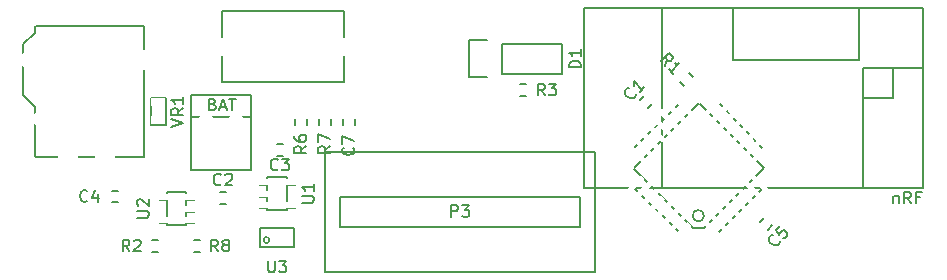
<source format=gto>
%FSLAX46Y46*%
G04 Gerber Fmt 4.6, Leading zero omitted, Abs format (unit mm)*
G04 Created by KiCad (PCBNEW (2014-10-27 BZR 5228)-product) date 4/17/2015 7:43:11 PM*
%MOMM*%
G01*
G04 APERTURE LIST*
%ADD10C,0.100000*%
%ADD11C,0.150000*%
%ADD12C,0.066040*%
%ADD13C,0.177800*%
%ADD14C,1.100000*%
%ADD15C,1.700000*%
%ADD16C,1.727200*%
%ADD17O,1.727200X1.727200*%
%ADD18O,1.506220X3.014980*%
%ADD19R,0.400000X0.450000*%
%ADD20R,1.143000X0.635000*%
%ADD21C,1.500000*%
%ADD22C,1.778000*%
%ADD23C,0.990600*%
%ADD24R,0.600000X0.500000*%
%ADD25R,0.500000X0.600000*%
%ADD26R,0.400000X0.600000*%
%ADD27R,0.600000X0.400000*%
%ADD28R,1.198880X0.548640*%
%ADD29C,3.048000*%
%ADD30R,1.727200X2.032000*%
%ADD31O,1.727200X2.032000*%
%ADD32R,1.524000X1.524000*%
%ADD33C,1.524000*%
G04 APERTURE END LIST*
D10*
D11*
X28822000Y714000D02*
X18422000Y714000D01*
X18422000Y714000D02*
X18422000Y-5286000D01*
X18422000Y-5286000D02*
X28822000Y-5286000D01*
X28822000Y-5286000D02*
X28822000Y714000D01*
X72390000Y1016000D02*
X72390000Y-3429000D01*
X72390000Y-3429000D02*
X61722000Y-3429000D01*
X61722000Y-3429000D02*
X61722000Y1016000D01*
X55753000Y-14224000D02*
X55753000Y1016000D01*
X77851000Y1016000D02*
X49149000Y1016000D01*
X49149000Y1016000D02*
X49149000Y-14224000D01*
X49149000Y-14224000D02*
X72771000Y-14224000D01*
X77851000Y-4064000D02*
X77851000Y1016000D01*
X72771000Y-6604000D02*
X72771000Y-14224000D01*
X72771000Y-14224000D02*
X77851000Y-14224000D01*
X77851000Y-14224000D02*
X77851000Y-4064000D01*
X77851000Y-4064000D02*
X75311000Y-4064000D01*
X72771000Y-4064000D02*
X72771000Y-6604000D01*
X75311000Y-4064000D02*
X75311000Y-6604000D01*
X75311000Y-6604000D02*
X72771000Y-6604000D01*
X72771000Y-4064000D02*
X75311000Y-4064000D01*
X57202514Y-7059123D02*
X58010737Y-7867346D01*
X53287123Y-10974514D02*
X54077385Y-11764777D01*
X57202514Y-7059123D02*
X53287123Y-10974514D01*
X59627184Y-7795504D02*
X60399486Y-7023202D01*
X63614417Y-11746816D02*
X64368759Y-10992475D01*
X64386719Y-11010435D02*
X60417446Y-7005241D01*
X57220475Y-18104838D02*
X53305083Y-14225367D01*
X59232052Y-17637864D02*
X64314877Y-12555039D01*
X53305083Y-14189446D02*
X54041464Y-13453065D01*
X58351987Y-17619904D02*
X53358965Y-12626882D01*
X58854882Y-7059123D02*
X53394886Y-12519118D01*
X64332838Y-12537079D02*
X58944684Y-7148925D01*
X60345604Y-18140759D02*
X64332838Y-14153525D01*
X64332838Y-14153525D02*
X63524615Y-13345302D01*
X59206908Y-17648641D02*
X58380724Y-17648641D01*
X60342012Y-18137167D02*
X59530197Y-17325352D01*
X58028698Y-17296615D02*
X57216883Y-18108430D01*
X59265878Y-16603339D02*
G75*
G03X59265878Y-16603339I-479246J0D01*
G01*
X20955000Y-8255000D02*
X15875000Y-8255000D01*
X20955000Y-12700000D02*
X15875000Y-12700000D01*
X15875000Y-6350000D02*
X20955000Y-6350000D01*
X15875000Y-6350000D02*
X15875000Y-12700000D01*
X20955000Y-6350000D02*
X20955000Y-12700000D01*
X22479000Y-18669000D02*
G75*
G03X22479000Y-18669000I-254000J0D01*
G01*
X24574000Y-19215000D02*
X21654000Y-19215000D01*
X21654000Y-19215000D02*
X21654000Y-17615000D01*
X21684000Y-17615000D02*
X24574000Y-17615000D01*
X24574000Y-17615000D02*
X24574000Y-19215000D01*
X13716000Y-6604000D02*
X13716000Y-8890000D01*
X13716000Y-8890000D02*
X12446000Y-8890000D01*
X12446000Y-8890000D02*
X12446000Y-6604000D01*
X12446000Y-6604000D02*
X13716000Y-6604000D01*
X2667000Y-7366000D02*
X2667000Y-11557000D01*
X2667000Y-508000D02*
X2667000Y-1143000D01*
X2667000Y-7366000D02*
X1651000Y-6350000D01*
X1651000Y-6350000D02*
X1651000Y-2032000D01*
X1651000Y-2032000D02*
X2667000Y-1143000D01*
X11887200Y-11607800D02*
X2692400Y-11607800D01*
X11887200Y-508000D02*
X11887200Y-11607800D01*
X11887200Y-508000D02*
X6985000Y-508000D01*
X6985000Y-508000D02*
X2692400Y-508000D01*
X54515099Y-7497652D02*
X54868652Y-7144099D01*
X54196901Y-6472348D02*
X53843348Y-6825901D01*
X18792000Y-14638000D02*
X18292000Y-14638000D01*
X18292000Y-15588000D02*
X18792000Y-15588000D01*
X23118000Y-11524000D02*
X23618000Y-11524000D01*
X23618000Y-10574000D02*
X23118000Y-10574000D01*
X9148000Y-15461000D02*
X9648000Y-15461000D01*
X9648000Y-14511000D02*
X9148000Y-14511000D01*
X64675099Y-17784652D02*
X65028652Y-17431099D01*
X64356901Y-16759348D02*
X64003348Y-17112901D01*
X28735000Y-8386000D02*
X28735000Y-8886000D01*
X29685000Y-8886000D02*
X29685000Y-8386000D01*
X57236992Y-5274454D02*
X57590546Y-5628008D01*
X58333008Y-4885546D02*
X57979454Y-4531992D01*
X13077000Y-18652000D02*
X12577000Y-18652000D01*
X12577000Y-19702000D02*
X13077000Y-19702000D01*
X25671000Y-8886000D02*
X25671000Y-8386000D01*
X24621000Y-8386000D02*
X24621000Y-8886000D01*
X26653000Y-8386000D02*
X26653000Y-8886000D01*
X27703000Y-8886000D02*
X27703000Y-8386000D01*
X16133000Y-19702000D02*
X16633000Y-19702000D01*
X16633000Y-18652000D02*
X16133000Y-18652000D01*
D12*
X21615400Y-13533120D02*
X21615400Y-14033500D01*
X21615400Y-14033500D02*
X22265640Y-14033500D01*
X22265640Y-13533120D02*
X22265640Y-14033500D01*
X21615400Y-13533120D02*
X22265640Y-13533120D01*
X21615400Y-14483080D02*
X21615400Y-14980920D01*
X21615400Y-14980920D02*
X22265640Y-14980920D01*
X22265640Y-14483080D02*
X22265640Y-14980920D01*
X21615400Y-14483080D02*
X22265640Y-14483080D01*
X21615400Y-15430500D02*
X21615400Y-15930880D01*
X21615400Y-15930880D02*
X22265640Y-15930880D01*
X22265640Y-15430500D02*
X22265640Y-15930880D01*
X21615400Y-15430500D02*
X22265640Y-15430500D01*
X23962360Y-15430500D02*
X23962360Y-15930880D01*
X23962360Y-15930880D02*
X24612600Y-15930880D01*
X24612600Y-15430500D02*
X24612600Y-15930880D01*
X23962360Y-15430500D02*
X24612600Y-15430500D01*
X23962360Y-13533120D02*
X23962360Y-14033500D01*
X23962360Y-14033500D02*
X24612600Y-14033500D01*
X24612600Y-13533120D02*
X24612600Y-14033500D01*
X23962360Y-13533120D02*
X24612600Y-13533120D01*
D13*
X23924260Y-16154400D02*
X22303740Y-16154400D01*
X22303740Y-16154400D02*
X22303740Y-13309600D01*
X22303740Y-13309600D02*
X23924260Y-13309600D01*
X23924260Y-13309600D02*
X23924260Y-16154400D01*
X23924260Y-14211300D02*
X23924260Y-15252700D01*
X22303740Y-14305280D02*
X22303740Y-14211300D01*
X22303740Y-15252700D02*
X22303740Y-15158720D01*
X22303740Y-13406120D02*
X22303740Y-13309600D01*
X22303740Y-16154400D02*
X22303740Y-16057880D01*
X23924260Y-16057880D02*
X23924260Y-16154400D01*
X23924260Y-13309600D02*
X23924260Y-13406120D01*
D12*
X16103600Y-17200880D02*
X16103600Y-16700500D01*
X16103600Y-16700500D02*
X15453360Y-16700500D01*
X15453360Y-17200880D02*
X15453360Y-16700500D01*
X16103600Y-17200880D02*
X15453360Y-17200880D01*
X16103600Y-16250920D02*
X16103600Y-15753080D01*
X16103600Y-15753080D02*
X15453360Y-15753080D01*
X15453360Y-16250920D02*
X15453360Y-15753080D01*
X16103600Y-16250920D02*
X15453360Y-16250920D01*
X16103600Y-15303500D02*
X16103600Y-14803120D01*
X16103600Y-14803120D02*
X15453360Y-14803120D01*
X15453360Y-15303500D02*
X15453360Y-14803120D01*
X16103600Y-15303500D02*
X15453360Y-15303500D01*
X13756640Y-15303500D02*
X13756640Y-14803120D01*
X13756640Y-14803120D02*
X13106400Y-14803120D01*
X13106400Y-15303500D02*
X13106400Y-14803120D01*
X13756640Y-15303500D02*
X13106400Y-15303500D01*
X13756640Y-17200880D02*
X13756640Y-16700500D01*
X13756640Y-16700500D02*
X13106400Y-16700500D01*
X13106400Y-17200880D02*
X13106400Y-16700500D01*
X13756640Y-17200880D02*
X13106400Y-17200880D01*
D13*
X13794740Y-14579600D02*
X15415260Y-14579600D01*
X15415260Y-14579600D02*
X15415260Y-17424400D01*
X15415260Y-17424400D02*
X13794740Y-17424400D01*
X13794740Y-17424400D02*
X13794740Y-14579600D01*
X13794740Y-16522700D02*
X13794740Y-15481300D01*
X15415260Y-16428720D02*
X15415260Y-16522700D01*
X15415260Y-15481300D02*
X15415260Y-15575280D01*
X15415260Y-17327880D02*
X15415260Y-17424400D01*
X15415260Y-14579600D02*
X15415260Y-14676120D01*
X13794740Y-14676120D02*
X13794740Y-14579600D01*
X13794740Y-17424400D02*
X13794740Y-17327880D01*
D11*
X42164000Y-4572000D02*
X47244000Y-4572000D01*
X47244000Y-4572000D02*
X47244000Y-2032000D01*
X47244000Y-2032000D02*
X42164000Y-2032000D01*
X39344000Y-1752000D02*
X40894000Y-1752000D01*
X42164000Y-2032000D02*
X42164000Y-4572000D01*
X40894000Y-4852000D02*
X39344000Y-4852000D01*
X39344000Y-4852000D02*
X39344000Y-1752000D01*
X50038000Y-11176000D02*
X27178000Y-11176000D01*
X27178000Y-11176000D02*
X27178000Y-21336000D01*
X27178000Y-21336000D02*
X50038000Y-21336000D01*
X50038000Y-21336000D02*
X50038000Y-11176000D01*
X48768000Y-17526000D02*
X28448000Y-17526000D01*
X28448000Y-17526000D02*
X28448000Y-14986000D01*
X28448000Y-14986000D02*
X48768000Y-14986000D01*
X48768000Y-14986000D02*
X48768000Y-17526000D01*
X44192000Y-5444000D02*
X43692000Y-5444000D01*
X43692000Y-6494000D02*
X44192000Y-6494000D01*
X75311143Y-14898714D02*
X75311143Y-15565381D01*
X75311143Y-14993952D02*
X75358762Y-14946333D01*
X75454000Y-14898714D01*
X75596858Y-14898714D01*
X75692096Y-14946333D01*
X75739715Y-15041571D01*
X75739715Y-15565381D01*
X76787334Y-15565381D02*
X76454000Y-15089190D01*
X76215905Y-15565381D02*
X76215905Y-14565381D01*
X76596858Y-14565381D01*
X76692096Y-14613000D01*
X76739715Y-14660619D01*
X76787334Y-14755857D01*
X76787334Y-14898714D01*
X76739715Y-14993952D01*
X76692096Y-15041571D01*
X76596858Y-15089190D01*
X76215905Y-15089190D01*
X77549239Y-15041571D02*
X77215905Y-15041571D01*
X77215905Y-15565381D02*
X77215905Y-14565381D01*
X77692096Y-14565381D01*
X17676905Y-7167571D02*
X17819762Y-7215190D01*
X17867381Y-7262810D01*
X17915000Y-7358048D01*
X17915000Y-7500905D01*
X17867381Y-7596143D01*
X17819762Y-7643762D01*
X17724524Y-7691381D01*
X17343571Y-7691381D01*
X17343571Y-6691381D01*
X17676905Y-6691381D01*
X17772143Y-6739000D01*
X17819762Y-6786619D01*
X17867381Y-6881857D01*
X17867381Y-6977095D01*
X17819762Y-7072333D01*
X17772143Y-7119952D01*
X17676905Y-7167571D01*
X17343571Y-7167571D01*
X18295952Y-7405667D02*
X18772143Y-7405667D01*
X18200714Y-7691381D02*
X18534047Y-6691381D01*
X18867381Y-7691381D01*
X19057857Y-6691381D02*
X19629286Y-6691381D01*
X19343571Y-7691381D02*
X19343571Y-6691381D01*
X22352095Y-20407381D02*
X22352095Y-21216905D01*
X22399714Y-21312143D01*
X22447333Y-21359762D01*
X22542571Y-21407381D01*
X22733048Y-21407381D01*
X22828286Y-21359762D01*
X22875905Y-21312143D01*
X22923524Y-21216905D01*
X22923524Y-20407381D01*
X23304476Y-20407381D02*
X23923524Y-20407381D01*
X23590190Y-20788333D01*
X23733048Y-20788333D01*
X23828286Y-20835952D01*
X23875905Y-20883571D01*
X23923524Y-20978810D01*
X23923524Y-21216905D01*
X23875905Y-21312143D01*
X23828286Y-21359762D01*
X23733048Y-21407381D01*
X23447333Y-21407381D01*
X23352095Y-21359762D01*
X23304476Y-21312143D01*
X14184381Y-9056524D02*
X15184381Y-8723191D01*
X14184381Y-8389857D01*
X15184381Y-7485095D02*
X14708190Y-7818429D01*
X15184381Y-8056524D02*
X14184381Y-8056524D01*
X14184381Y-7675571D01*
X14232000Y-7580333D01*
X14279619Y-7532714D01*
X14374857Y-7485095D01*
X14517714Y-7485095D01*
X14612952Y-7532714D01*
X14660571Y-7580333D01*
X14708190Y-7675571D01*
X14708190Y-8056524D01*
X15184381Y-6532714D02*
X15184381Y-7104143D01*
X15184381Y-6818429D02*
X14184381Y-6818429D01*
X14327238Y-6913667D01*
X14422476Y-7008905D01*
X14470095Y-7104143D01*
X53474688Y-6339389D02*
X53474688Y-6406732D01*
X53407344Y-6541419D01*
X53340001Y-6608763D01*
X53205313Y-6676107D01*
X53070626Y-6676107D01*
X52969611Y-6642435D01*
X52801253Y-6541420D01*
X52700237Y-6440404D01*
X52599222Y-6272045D01*
X52565550Y-6171030D01*
X52565550Y-6036343D01*
X52632894Y-5901656D01*
X52700237Y-5834312D01*
X52834924Y-5766969D01*
X52902268Y-5766969D01*
X54215466Y-5733297D02*
X53811405Y-6137359D01*
X54013435Y-5935328D02*
X53306328Y-5228222D01*
X53340000Y-5396580D01*
X53340000Y-5531267D01*
X53306328Y-5632282D01*
X18375334Y-13946143D02*
X18327715Y-13993762D01*
X18184858Y-14041381D01*
X18089620Y-14041381D01*
X17946762Y-13993762D01*
X17851524Y-13898524D01*
X17803905Y-13803286D01*
X17756286Y-13612810D01*
X17756286Y-13469952D01*
X17803905Y-13279476D01*
X17851524Y-13184238D01*
X17946762Y-13089000D01*
X18089620Y-13041381D01*
X18184858Y-13041381D01*
X18327715Y-13089000D01*
X18375334Y-13136619D01*
X18756286Y-13136619D02*
X18803905Y-13089000D01*
X18899143Y-13041381D01*
X19137239Y-13041381D01*
X19232477Y-13089000D01*
X19280096Y-13136619D01*
X19327715Y-13231857D01*
X19327715Y-13327095D01*
X19280096Y-13469952D01*
X18708667Y-14041381D01*
X19327715Y-14041381D01*
X23201334Y-12676143D02*
X23153715Y-12723762D01*
X23010858Y-12771381D01*
X22915620Y-12771381D01*
X22772762Y-12723762D01*
X22677524Y-12628524D01*
X22629905Y-12533286D01*
X22582286Y-12342810D01*
X22582286Y-12199952D01*
X22629905Y-12009476D01*
X22677524Y-11914238D01*
X22772762Y-11819000D01*
X22915620Y-11771381D01*
X23010858Y-11771381D01*
X23153715Y-11819000D01*
X23201334Y-11866619D01*
X23534667Y-11771381D02*
X24153715Y-11771381D01*
X23820381Y-12152333D01*
X23963239Y-12152333D01*
X24058477Y-12199952D01*
X24106096Y-12247571D01*
X24153715Y-12342810D01*
X24153715Y-12580905D01*
X24106096Y-12676143D01*
X24058477Y-12723762D01*
X23963239Y-12771381D01*
X23677524Y-12771381D01*
X23582286Y-12723762D01*
X23534667Y-12676143D01*
X7072334Y-15343143D02*
X7024715Y-15390762D01*
X6881858Y-15438381D01*
X6786620Y-15438381D01*
X6643762Y-15390762D01*
X6548524Y-15295524D01*
X6500905Y-15200286D01*
X6453286Y-15009810D01*
X6453286Y-14866952D01*
X6500905Y-14676476D01*
X6548524Y-14581238D01*
X6643762Y-14486000D01*
X6786620Y-14438381D01*
X6881858Y-14438381D01*
X7024715Y-14486000D01*
X7072334Y-14533619D01*
X7929477Y-14771714D02*
X7929477Y-15438381D01*
X7691381Y-14390762D02*
X7453286Y-15105048D01*
X8072334Y-15105048D01*
X65666688Y-18785390D02*
X65666688Y-18852733D01*
X65599344Y-18987420D01*
X65532001Y-19054764D01*
X65397313Y-19122108D01*
X65262626Y-19122108D01*
X65161611Y-19088436D01*
X64993253Y-18987421D01*
X64892237Y-18886405D01*
X64791222Y-18718046D01*
X64757550Y-18617031D01*
X64757550Y-18482344D01*
X64824894Y-18347657D01*
X64892237Y-18280313D01*
X65026924Y-18212970D01*
X65094268Y-18212970D01*
X65666688Y-17505863D02*
X65329970Y-17842581D01*
X65633015Y-18212970D01*
X65633015Y-18145627D01*
X65666687Y-18044611D01*
X65835046Y-17876252D01*
X65936061Y-17842580D01*
X66003405Y-17842580D01*
X66104421Y-17876253D01*
X66272779Y-18044611D01*
X66306451Y-18145627D01*
X66306451Y-18212970D01*
X66272779Y-18313985D01*
X66104420Y-18482344D01*
X66003405Y-18516016D01*
X65936061Y-18516016D01*
X29567143Y-10834666D02*
X29614762Y-10882285D01*
X29662381Y-11025142D01*
X29662381Y-11120380D01*
X29614762Y-11263238D01*
X29519524Y-11358476D01*
X29424286Y-11406095D01*
X29233810Y-11453714D01*
X29090952Y-11453714D01*
X28900476Y-11406095D01*
X28805238Y-11358476D01*
X28710000Y-11263238D01*
X28662381Y-11120380D01*
X28662381Y-11025142D01*
X28710000Y-10882285D01*
X28757619Y-10834666D01*
X28662381Y-10501333D02*
X28662381Y-9834666D01*
X29662381Y-10263238D01*
X56000230Y-3934993D02*
X56101245Y-3362572D01*
X55596168Y-3530932D02*
X56303275Y-2823825D01*
X56572650Y-3093199D01*
X56606321Y-3194215D01*
X56606321Y-3261558D01*
X56572650Y-3362573D01*
X56471634Y-3463588D01*
X56370619Y-3497260D01*
X56303276Y-3497260D01*
X56202261Y-3463588D01*
X55932886Y-3194214D01*
X56673665Y-4608428D02*
X56269603Y-4204367D01*
X56471634Y-4406397D02*
X57178740Y-3699290D01*
X57010382Y-3732962D01*
X56875695Y-3732962D01*
X56774680Y-3699290D01*
X10628334Y-19629381D02*
X10295000Y-19153190D01*
X10056905Y-19629381D02*
X10056905Y-18629381D01*
X10437858Y-18629381D01*
X10533096Y-18677000D01*
X10580715Y-18724619D01*
X10628334Y-18819857D01*
X10628334Y-18962714D01*
X10580715Y-19057952D01*
X10533096Y-19105571D01*
X10437858Y-19153190D01*
X10056905Y-19153190D01*
X11009286Y-18724619D02*
X11056905Y-18677000D01*
X11152143Y-18629381D01*
X11390239Y-18629381D01*
X11485477Y-18677000D01*
X11533096Y-18724619D01*
X11580715Y-18819857D01*
X11580715Y-18915095D01*
X11533096Y-19057952D01*
X10961667Y-19629381D01*
X11580715Y-19629381D01*
X25598381Y-10707666D02*
X25122190Y-11041000D01*
X25598381Y-11279095D02*
X24598381Y-11279095D01*
X24598381Y-10898142D01*
X24646000Y-10802904D01*
X24693619Y-10755285D01*
X24788857Y-10707666D01*
X24931714Y-10707666D01*
X25026952Y-10755285D01*
X25074571Y-10802904D01*
X25122190Y-10898142D01*
X25122190Y-11279095D01*
X24598381Y-9850523D02*
X24598381Y-10041000D01*
X24646000Y-10136238D01*
X24693619Y-10183857D01*
X24836476Y-10279095D01*
X25026952Y-10326714D01*
X25407905Y-10326714D01*
X25503143Y-10279095D01*
X25550762Y-10231476D01*
X25598381Y-10136238D01*
X25598381Y-9945761D01*
X25550762Y-9850523D01*
X25503143Y-9802904D01*
X25407905Y-9755285D01*
X25169810Y-9755285D01*
X25074571Y-9802904D01*
X25026952Y-9850523D01*
X24979333Y-9945761D01*
X24979333Y-10136238D01*
X25026952Y-10231476D01*
X25074571Y-10279095D01*
X25169810Y-10326714D01*
X27630381Y-10707666D02*
X27154190Y-11041000D01*
X27630381Y-11279095D02*
X26630381Y-11279095D01*
X26630381Y-10898142D01*
X26678000Y-10802904D01*
X26725619Y-10755285D01*
X26820857Y-10707666D01*
X26963714Y-10707666D01*
X27058952Y-10755285D01*
X27106571Y-10802904D01*
X27154190Y-10898142D01*
X27154190Y-11279095D01*
X26630381Y-10374333D02*
X26630381Y-9707666D01*
X27630381Y-10136238D01*
X18121334Y-19629381D02*
X17788000Y-19153190D01*
X17549905Y-19629381D02*
X17549905Y-18629381D01*
X17930858Y-18629381D01*
X18026096Y-18677000D01*
X18073715Y-18724619D01*
X18121334Y-18819857D01*
X18121334Y-18962714D01*
X18073715Y-19057952D01*
X18026096Y-19105571D01*
X17930858Y-19153190D01*
X17549905Y-19153190D01*
X18692762Y-19057952D02*
X18597524Y-19010333D01*
X18549905Y-18962714D01*
X18502286Y-18867476D01*
X18502286Y-18819857D01*
X18549905Y-18724619D01*
X18597524Y-18677000D01*
X18692762Y-18629381D01*
X18883239Y-18629381D01*
X18978477Y-18677000D01*
X19026096Y-18724619D01*
X19073715Y-18819857D01*
X19073715Y-18867476D01*
X19026096Y-18962714D01*
X18978477Y-19010333D01*
X18883239Y-19057952D01*
X18692762Y-19057952D01*
X18597524Y-19105571D01*
X18549905Y-19153190D01*
X18502286Y-19248429D01*
X18502286Y-19438905D01*
X18549905Y-19534143D01*
X18597524Y-19581762D01*
X18692762Y-19629381D01*
X18883239Y-19629381D01*
X18978477Y-19581762D01*
X19026096Y-19534143D01*
X19073715Y-19438905D01*
X19073715Y-19248429D01*
X19026096Y-19153190D01*
X18978477Y-19105571D01*
X18883239Y-19057952D01*
X25233381Y-15493905D02*
X26042905Y-15493905D01*
X26138143Y-15446286D01*
X26185762Y-15398667D01*
X26233381Y-15303429D01*
X26233381Y-15112952D01*
X26185762Y-15017714D01*
X26138143Y-14970095D01*
X26042905Y-14922476D01*
X25233381Y-14922476D01*
X26233381Y-13922476D02*
X26233381Y-14493905D01*
X26233381Y-14208191D02*
X25233381Y-14208191D01*
X25376238Y-14303429D01*
X25471476Y-14398667D01*
X25519095Y-14493905D01*
X11263381Y-16763905D02*
X12072905Y-16763905D01*
X12168143Y-16716286D01*
X12215762Y-16668667D01*
X12263381Y-16573429D01*
X12263381Y-16382952D01*
X12215762Y-16287714D01*
X12168143Y-16240095D01*
X12072905Y-16192476D01*
X11263381Y-16192476D01*
X11358619Y-15763905D02*
X11311000Y-15716286D01*
X11263381Y-15621048D01*
X11263381Y-15382952D01*
X11311000Y-15287714D01*
X11358619Y-15240095D01*
X11453857Y-15192476D01*
X11549095Y-15192476D01*
X11691952Y-15240095D01*
X12263381Y-15811524D01*
X12263381Y-15192476D01*
X48839381Y-4040095D02*
X47839381Y-4040095D01*
X47839381Y-3802000D01*
X47887000Y-3659142D01*
X47982238Y-3563904D01*
X48077476Y-3516285D01*
X48267952Y-3468666D01*
X48410810Y-3468666D01*
X48601286Y-3516285D01*
X48696524Y-3563904D01*
X48791762Y-3659142D01*
X48839381Y-3802000D01*
X48839381Y-4040095D01*
X48839381Y-2516285D02*
X48839381Y-3087714D01*
X48839381Y-2802000D02*
X47839381Y-2802000D01*
X47982238Y-2897238D01*
X48077476Y-2992476D01*
X48125095Y-3087714D01*
X37869905Y-16708381D02*
X37869905Y-15708381D01*
X38250858Y-15708381D01*
X38346096Y-15756000D01*
X38393715Y-15803619D01*
X38441334Y-15898857D01*
X38441334Y-16041714D01*
X38393715Y-16136952D01*
X38346096Y-16184571D01*
X38250858Y-16232190D01*
X37869905Y-16232190D01*
X38774667Y-15708381D02*
X39393715Y-15708381D01*
X39060381Y-16089333D01*
X39203239Y-16089333D01*
X39298477Y-16136952D01*
X39346096Y-16184571D01*
X39393715Y-16279810D01*
X39393715Y-16517905D01*
X39346096Y-16613143D01*
X39298477Y-16660762D01*
X39203239Y-16708381D01*
X38917524Y-16708381D01*
X38822286Y-16660762D01*
X38774667Y-16613143D01*
X45807334Y-6421381D02*
X45474000Y-5945190D01*
X45235905Y-6421381D02*
X45235905Y-5421381D01*
X45616858Y-5421381D01*
X45712096Y-5469000D01*
X45759715Y-5516619D01*
X45807334Y-5611857D01*
X45807334Y-5754714D01*
X45759715Y-5849952D01*
X45712096Y-5897571D01*
X45616858Y-5945190D01*
X45235905Y-5945190D01*
X46140667Y-5421381D02*
X46759715Y-5421381D01*
X46426381Y-5802333D01*
X46569239Y-5802333D01*
X46664477Y-5849952D01*
X46712096Y-5897571D01*
X46759715Y-5992810D01*
X46759715Y-6230905D01*
X46712096Y-6326143D01*
X46664477Y-6373762D01*
X46569239Y-6421381D01*
X46283524Y-6421381D01*
X46188286Y-6373762D01*
X46140667Y-6326143D01*
%LPC*%
D14*
X21622000Y-1036000D03*
X23622000Y-1036000D03*
X25622000Y-1036000D03*
X21622000Y-3536000D03*
X23622000Y-3536000D03*
X25622000Y-3536000D03*
D15*
X18622000Y-2286000D03*
X28622000Y-2286000D03*
D16*
X74041000Y-5334000D03*
D17*
X76581000Y-5334000D03*
X74041000Y-7874000D03*
X76581000Y-7874000D03*
X74041000Y-10414000D03*
X76581000Y-10414000D03*
X74041000Y-12954000D03*
X76581000Y-12954000D03*
D10*
G36*
X65035094Y-14563025D02*
X64717193Y-14880926D01*
X63303700Y-13467433D01*
X63621601Y-13149532D01*
X65035094Y-14563025D01*
X65035094Y-14563025D01*
G37*
G36*
X64469338Y-15128781D02*
X64151437Y-15446682D01*
X62737944Y-14033189D01*
X63055845Y-13715288D01*
X64469338Y-15128781D01*
X64469338Y-15128781D01*
G37*
G36*
X63903582Y-15694537D02*
X63585681Y-16012438D01*
X62172188Y-14598945D01*
X62490089Y-14281044D01*
X63903582Y-15694537D01*
X63903582Y-15694537D01*
G37*
G36*
X63337826Y-16260294D02*
X63019925Y-16578195D01*
X61606432Y-15164702D01*
X61924333Y-14846801D01*
X63337826Y-16260294D01*
X63337826Y-16260294D01*
G37*
G36*
X62772070Y-16826050D02*
X62454169Y-17143951D01*
X61040676Y-15730458D01*
X61358577Y-15412557D01*
X62772070Y-16826050D01*
X62772070Y-16826050D01*
G37*
G36*
X62206313Y-17391806D02*
X61888412Y-17709707D01*
X60474919Y-16296214D01*
X60792820Y-15978313D01*
X62206313Y-17391806D01*
X62206313Y-17391806D01*
G37*
G36*
X61640557Y-17957562D02*
X61322656Y-18275463D01*
X59909163Y-16861970D01*
X60227064Y-16544069D01*
X61640557Y-17957562D01*
X61640557Y-17957562D01*
G37*
G36*
X61074801Y-18523318D02*
X60756900Y-18841219D01*
X59343407Y-17427726D01*
X59661308Y-17109825D01*
X61074801Y-18523318D01*
X61074801Y-18523318D01*
G37*
G36*
X54314464Y-11755797D02*
X53996563Y-12073698D01*
X52583070Y-10660205D01*
X52900971Y-10342304D01*
X54314464Y-11755797D01*
X54314464Y-11755797D01*
G37*
G36*
X58283738Y-7786524D02*
X57965837Y-8104425D01*
X56552344Y-6690932D01*
X56870245Y-6373031D01*
X58283738Y-7786524D01*
X58283738Y-7786524D01*
G37*
G36*
X57709001Y-8361260D02*
X57391100Y-8679161D01*
X55977607Y-7265668D01*
X56295508Y-6947767D01*
X57709001Y-8361260D01*
X57709001Y-8361260D01*
G37*
G36*
X57134265Y-8935997D02*
X56816364Y-9253898D01*
X55402871Y-7840405D01*
X55720772Y-7522504D01*
X57134265Y-8935997D01*
X57134265Y-8935997D01*
G37*
G36*
X56577489Y-9492773D02*
X56259588Y-9810674D01*
X54846095Y-8397181D01*
X55163996Y-8079280D01*
X56577489Y-9492773D01*
X56577489Y-9492773D01*
G37*
G36*
X56002753Y-10067509D02*
X55684852Y-10385410D01*
X54271359Y-8971917D01*
X54589260Y-8654016D01*
X56002753Y-10067509D01*
X56002753Y-10067509D01*
G37*
G36*
X55445977Y-10624285D02*
X55128076Y-10942186D01*
X53714583Y-9528693D01*
X54032484Y-9210792D01*
X55445977Y-10624285D01*
X55445977Y-10624285D01*
G37*
G36*
X54871240Y-11199021D02*
X54553339Y-11516922D01*
X53139846Y-10103429D01*
X53457747Y-9785528D01*
X54871240Y-11199021D01*
X54871240Y-11199021D01*
G37*
G36*
X58251409Y-17434910D02*
X56837916Y-18848403D01*
X56520015Y-18530502D01*
X57933508Y-17117009D01*
X58251409Y-17434910D01*
X58251409Y-17434910D01*
G37*
G36*
X57687449Y-16870950D02*
X56273956Y-18284443D01*
X55956055Y-17966542D01*
X57369548Y-16553049D01*
X57687449Y-16870950D01*
X57687449Y-16870950D01*
G37*
G36*
X57119896Y-16303398D02*
X55706403Y-17716891D01*
X55388502Y-17398990D01*
X56801995Y-15985497D01*
X57119896Y-16303398D01*
X57119896Y-16303398D01*
G37*
G36*
X56555936Y-15739438D02*
X55142443Y-17152931D01*
X54824542Y-16835030D01*
X56238035Y-15421537D01*
X56555936Y-15739438D01*
X56555936Y-15739438D01*
G37*
G36*
X55988384Y-15171886D02*
X54574891Y-16585379D01*
X54256990Y-16267478D01*
X55670483Y-14853985D01*
X55988384Y-15171886D01*
X55988384Y-15171886D01*
G37*
G36*
X55424424Y-14607926D02*
X54010931Y-16021419D01*
X53693030Y-15703518D01*
X55106523Y-14290025D01*
X55424424Y-14607926D01*
X55424424Y-14607926D01*
G37*
G36*
X54856872Y-14040373D02*
X53443379Y-15453866D01*
X53125478Y-15135965D01*
X54538971Y-13722472D01*
X54856872Y-14040373D01*
X54856872Y-14040373D01*
G37*
G36*
X54292912Y-13476413D02*
X52879419Y-14889906D01*
X52561518Y-14572005D01*
X53975011Y-13158512D01*
X54292912Y-13476413D01*
X54292912Y-13476413D01*
G37*
G36*
X65036890Y-10642245D02*
X63623397Y-12055738D01*
X63305496Y-11737837D01*
X64718989Y-10324344D01*
X65036890Y-10642245D01*
X65036890Y-10642245D01*
G37*
G36*
X64480114Y-10085469D02*
X63066621Y-11498962D01*
X62748720Y-11181061D01*
X64162213Y-9767568D01*
X64480114Y-10085469D01*
X64480114Y-10085469D01*
G37*
G36*
X63905378Y-9510732D02*
X62491885Y-10924225D01*
X62173984Y-10606324D01*
X63587477Y-9192831D01*
X63905378Y-9510732D01*
X63905378Y-9510732D01*
G37*
G36*
X63348602Y-8953956D02*
X61935109Y-10367449D01*
X61617208Y-10049548D01*
X63030701Y-8636055D01*
X63348602Y-8953956D01*
X63348602Y-8953956D01*
G37*
G36*
X62791826Y-8397181D02*
X61378333Y-9810674D01*
X61060432Y-9492773D01*
X62473925Y-8079280D01*
X62791826Y-8397181D01*
X62791826Y-8397181D01*
G37*
G36*
X62217090Y-7822444D02*
X60803597Y-9235937D01*
X60485696Y-8918036D01*
X61899189Y-7504543D01*
X62217090Y-7822444D01*
X62217090Y-7822444D01*
G37*
G36*
X61642353Y-7247708D02*
X60228860Y-8661201D01*
X59910959Y-8343300D01*
X61324452Y-6929807D01*
X61642353Y-7247708D01*
X61642353Y-7247708D01*
G37*
G36*
X61067617Y-6672971D02*
X59654124Y-8086464D01*
X59336223Y-7768563D01*
X60749716Y-6355070D01*
X61067617Y-6672971D01*
X61067617Y-6672971D01*
G37*
D18*
X17145000Y-9525000D03*
X19685000Y-9525000D03*
D19*
X22164000Y-19590000D03*
X24064000Y-19590000D03*
X23114000Y-17240000D03*
D20*
X13081000Y-6985000D03*
X13081000Y-8509000D03*
D21*
X40386000Y-16256000D03*
X42926000Y-16256000D03*
D22*
X11785600Y-3403600D03*
X2286000Y-3403600D03*
X8585200Y-11506200D03*
X5384800Y-11506200D03*
X3378200Y-8407400D03*
D23*
X6985000Y-3403600D03*
X6985000Y-8407400D03*
D10*
G36*
X54780264Y-6207182D02*
X55133818Y-6560736D01*
X54709554Y-6985000D01*
X54356000Y-6631446D01*
X54780264Y-6207182D01*
X54780264Y-6207182D01*
G37*
G36*
X54002446Y-6985000D02*
X54356000Y-7338554D01*
X53931736Y-7762818D01*
X53578182Y-7409264D01*
X54002446Y-6985000D01*
X54002446Y-6985000D01*
G37*
D24*
X17992000Y-15113000D03*
X19092000Y-15113000D03*
X23918000Y-11049000D03*
X22818000Y-11049000D03*
X9948000Y-14986000D03*
X8848000Y-14986000D03*
D10*
G36*
X64940264Y-16494182D02*
X65293818Y-16847736D01*
X64869554Y-17272000D01*
X64516000Y-16918446D01*
X64940264Y-16494182D01*
X64940264Y-16494182D01*
G37*
G36*
X64162446Y-17272000D02*
X64516000Y-17625554D01*
X64091736Y-18049818D01*
X63738182Y-17696264D01*
X64162446Y-17272000D01*
X64162446Y-17272000D01*
G37*
D25*
X29210000Y-9186000D03*
X29210000Y-8086000D03*
D10*
G36*
X58456751Y-5327487D02*
X58032487Y-5751751D01*
X57749645Y-5468909D01*
X58173909Y-5044645D01*
X58456751Y-5327487D01*
X58456751Y-5327487D01*
G37*
G36*
X57820355Y-4691091D02*
X57396091Y-5115355D01*
X57113249Y-4832513D01*
X57537513Y-4408249D01*
X57820355Y-4691091D01*
X57820355Y-4691091D01*
G37*
D26*
X12377000Y-19177000D03*
X13277000Y-19177000D03*
D27*
X25146000Y-8186000D03*
X25146000Y-9086000D03*
X27178000Y-9086000D03*
X27178000Y-8186000D03*
D26*
X16833000Y-19177000D03*
X15933000Y-19177000D03*
D28*
X21816060Y-13782040D03*
X21816060Y-14732000D03*
X21816060Y-15681960D03*
X24411940Y-15681960D03*
X24411940Y-13782040D03*
X15902940Y-16951960D03*
X15902940Y-16002000D03*
X15902940Y-15052040D03*
X13307060Y-15052040D03*
X13307060Y-16951960D03*
D29*
X4445000Y-16510000D03*
D30*
X40894000Y-3302000D03*
D31*
X43434000Y-3302000D03*
X45974000Y-3302000D03*
D32*
X47498000Y-12446000D03*
D33*
X44958000Y-12446000D03*
X42418000Y-12446000D03*
X39878000Y-12446000D03*
X37338000Y-12446000D03*
X34798000Y-12446000D03*
X32258000Y-12446000D03*
X29718000Y-12446000D03*
X29718000Y-20066000D03*
X32258000Y-20066000D03*
X34798000Y-20066000D03*
X37338000Y-20066000D03*
X39878000Y-20066000D03*
X42418000Y-20066000D03*
X44958000Y-20066000D03*
X47498000Y-20066000D03*
D26*
X43492000Y-5969000D03*
X44392000Y-5969000D03*
M02*

</source>
